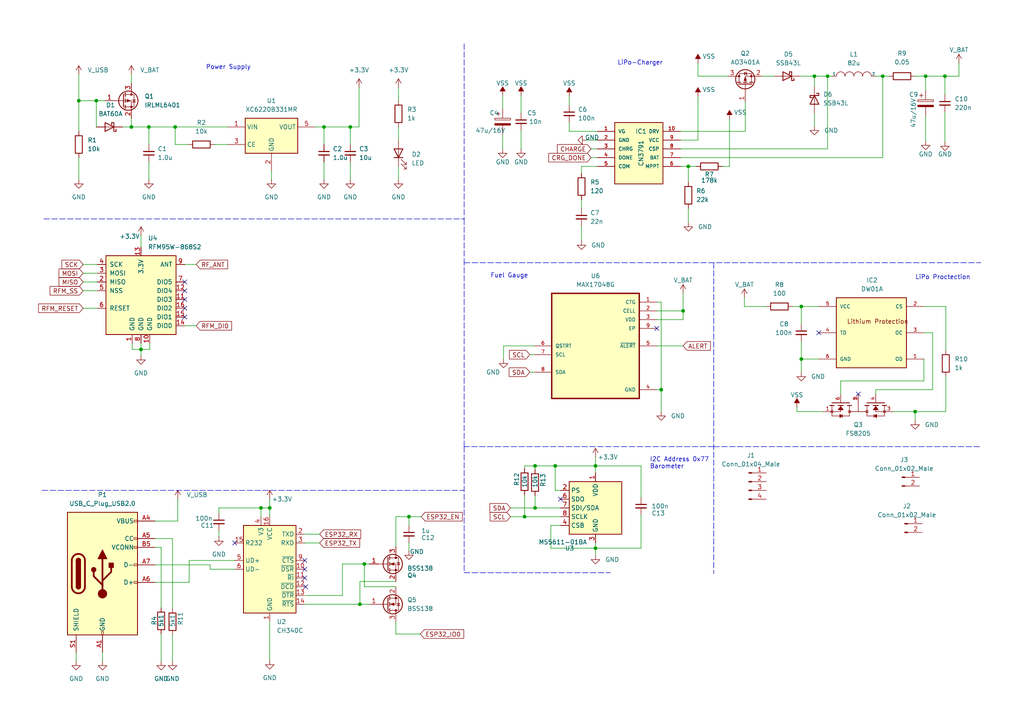
<source format=kicad_sch>
(kicad_sch (version 20211123) (generator eeschema)
  (paper "A4")
  (title_block (title "Ambiente Sensor") (date "2023-03-08") (rev "1.0"))
  (lib_symbols
    (symbol "CN3791:CN3791" (pin_names (offset 1.016))
      (property "Reference" "IC?" (at -2.54 17.78 0))
      (property "Value" "CN3791" (at -2.54 11.43 90))
      (symbol "CN3791_0_0"
        (pin bidirectional line (at -15.24 17.78 0) (length 5.08) (name "VG") (number "1"))
        (pin bidirectional line (at 8.89 17.78 180) (length 5.08) (name "DRV") (number "10"))
        (pin bidirectional line (at -15.24 15.24 0) (length 5.08) (name "GND") (number "2"))
        (pin bidirectional line (at -15.24 12.7 0) (length 5.08) (name "CHRG") (number "3"))
        (pin bidirectional line (at -15.24 10.16 0) (length 5.08) (name "DONE") (number "4"))
        (pin bidirectional line (at -15.24 7.62 0) (length 5.08) (name "COM") (number "5"))
        (pin bidirectional line (at 8.89 7.62 180) (length 5.08) (name "MPPT") (number "6"))
        (pin bidirectional line (at 8.89 10.16 180) (length 5.08) (name "BAT") (number "7"))
        (pin bidirectional line (at 8.89 12.7 180) (length 5.08) (name "CSP") (number "8"))
        (pin bidirectional line (at 8.89 15.24 180) (length 5.08) (name "VCC") (number "9"))
      )
    )
    (symbol "Connector:Conn_01x02_Male" (pin_names (offset 1.016) hide)
      (property "Reference" "J" (at 0 2.54 0))
      (property "Value" "Conn_01x02_Male" (at 0 -5.08 0))
      (symbol "Conn_01x02_Male_1_1"
        (pin passive line (at 5.08 0 180) (length 3.81) (name "Pin_1") (number "1"))
        (pin passive line (at 5.08 -2.54 180) (length 3.81) (name "Pin_2") (number "2"))
      )
    )
    (symbol "Connector:Conn_01x04_Male" (pin_names (offset 1.016) hide)
      (property "Reference" "J" (at 0 5.08 0))
      (property "Value" "Conn_01x04_Male" (at 0 -7.62 0))
      (symbol "Conn_01x04_Male_1_1"
        (pin passive line (at 5.08 2.54 180) (length 3.81) (name "Pin_1") (number "1"))
        (pin passive line (at 5.08 0 180) (length 3.81) (name "Pin_2") (number "2"))
        (pin passive line (at 5.08 -2.54 180) (length 3.81) (name "Pin_3") (number "3"))
        (pin passive line (at 5.08 -5.08 180) (length 3.81) (name "Pin_4") (number "4"))
      )
    )
    (symbol "Connector:USB_C_Plug_USB2.0" (pin_names (offset 1.016))
      (property "Reference" "P" (at -10.16 19.05 0))
      (property "Value" "USB_C_Plug_USB2.0" (at 12.7 19.05 0))
      (symbol "USB_C_Plug_USB2.0_1_1"
        (pin passive line (at 0 -22.86 90) (length 5.08) (name "GND") (number "A1"))
        (pin passive line (at 0 -22.86 90) (length 5.08) hide (name "GND") (number "A12"))
        (pin passive line (at 15.24 15.24 180) (length 5.08) (name "VBUS") (number "A4"))
        (pin bidirectional line (at 15.24 10.16 180) (length 5.08) (name "CC") (number "A5"))
        (pin bidirectional line (at 15.24 -2.54 180) (length 5.08) (name "D+") (number "A6"))
        (pin bidirectional line (at 15.24 2.54 180) (length 5.08) (name "D-") (number "A7"))
        (pin passive line (at 15.24 15.24 180) (length 5.08) hide (name "VBUS") (number "A9"))
        (pin passive line (at 0 -22.86 90) (length 5.08) hide (name "GND") (number "B1"))
        (pin passive line (at 0 -22.86 90) (length 5.08) hide (name "GND") (number "B12"))
        (pin passive line (at 15.24 15.24 180) (length 5.08) hide (name "VBUS") (number "B4"))
        (pin bidirectional line (at 15.24 7.62 180) (length 5.08) (name "VCONN") (number "B5"))
        (pin passive line (at 15.24 15.24 180) (length 5.08) hide (name "VBUS") (number "B9"))
        (pin passive line (at -7.62 -22.86 90) (length 5.08) (name "SHIELD") (number "S1"))
      )
    )
    (symbol "DW01A:DW01A" (pin_names (offset 1.016))
      (property "Reference" "IC" (at -5.08 11.43 0))
      (property "Value" "DW01A" (at -5.08 -12.7 0))
      (symbol "DW01A_0_0"
        (text "Lithium Protection" (at -7.112 2.54 0) (effects (font (size 1.27 1.27)) (justify left bottom)))
        (pin bidirectional line (at 15.24 -7.62 180) (length 5.08) (name "OD") (number "1"))
        (pin bidirectional line (at 15.24 7.62 180) (length 5.08) (name "CS") (number "2"))
        (pin bidirectional line (at 15.24 0 180) (length 5.08) (name "OC") (number "3"))
        (pin bidirectional line (at -15.24 0 0) (length 5.08) (name "TD") (number "4"))
        (pin power_in line (at -15.24 7.62 0) (length 5.08) (name "VCC") (number "5"))
        (pin power_in line (at -15.24 -7.62 0) (length 5.08) (name "GND") (number "6"))
      )
    )
    (symbol "Device:C_Polarized" (pin_numbers hide) (pin_names (offset 0.254))
      (property "Reference" "C" (at 0.635 2.54 0))
      (property "Value" "C_Polarized" (at 0.635 -2.54 0))
      (symbol "C_Polarized_1_1"
        (pin passive line (at 0 3.81 270) (length 2.794) (name "~") (number "1"))
        (pin passive line (at 0 -3.81 90) (length 2.794) (name "~") (number "2"))
      )
    )
    (symbol "Device:C_Small" (pin_numbers hide) (pin_names (offset 0.254) hide)
      (property "Reference" "C" (at 0.254 1.778 0))
      (property "Value" "C_Small" (at 0.254 -2.032 0))
      (symbol "C_Small_1_1"
        (pin passive line (at 0 2.54 270) (length 2.032) (name "~") (number "1"))
        (pin passive line (at 0 -2.54 90) (length 2.032) (name "~") (number "2"))
      )
    )
    (symbol "Device:D_Schottky" (pin_numbers hide) (pin_names (offset 1.016) hide)
      (property "Reference" "D" (at 0 2.54 0))
      (property "Value" "D_Schottky" (at 0 -2.54 0))
      (symbol "D_Schottky_1_1"
        (pin passive line (at -3.81 0 0) (length 2.54) (name "K") (number "1"))
        (pin passive line (at 3.81 0 180) (length 2.54) (name "A") (number "2"))
      )
    )
    (symbol "Device:LED" (pin_numbers hide) (pin_names (offset 1.016) hide)
      (property "Reference" "D" (at 0 2.54 0))
      (property "Value" "LED" (at 0 -2.54 0))
      (symbol "LED_1_1"
        (pin passive line (at -3.81 0 0) (length 2.54) (name "K") (number "1"))
        (pin passive line (at 3.81 0 180) (length 2.54) (name "A") (number "2"))
      )
    )
    (symbol "Device:R" (pin_numbers hide) (pin_names (offset 0))
      (property "Reference" "R" (at 2.032 0 90))
      (property "Value" "R" (at 0 0 90))
      (symbol "R_1_1"
        (pin passive line (at 0 3.81 270) (length 1.27) (name "~") (number "1"))
        (pin passive line (at 0 -3.81 90) (length 1.27) (name "~") (number "2"))
      )
    )
    (symbol "Diode:BAT60A" (pin_numbers hide) (pin_names (offset 1.016) hide)
      (property "Reference" "D" (at 0 2.54 0))
      (property "Value" "BAT60A" (at 0 -2.54 0))
      (symbol "BAT60A_1_1"
        (pin passive line (at -3.81 0 0) (length 2.54) (name "K") (number "1"))
        (pin passive line (at 3.81 0 180) (length 2.54) (name "A") (number "2"))
      )
    )
    (symbol "FS8205:FS8205" (pin_names (offset 1.016))
      (property "Reference" "Q" (at 2.54 2.286 0))
      (property "Value" "FS8205" (at 2.54 -2.032 0))
      (symbol "FS8205_0_0"
        (pin passive line (at 0 -10.16 90) (length 2.54) (name "~") (number "1"))
        (pin passive line (at -5.08 0 0) (length 2.54) (name "~") (number "2"))
        (pin passive line (at 0 10.16 270) (length 2.54) (name "~") (number "3"))
        (pin passive line (at -5.08 5.08 0) (length 2.54) (name "~") (number "4"))
        (pin passive line (at -5.08 0 0) (length 2.54) (name "~") (number "5"))
        (pin passive line (at -5.08 -5.08 0) (length 2.54) (name "~") (number "6"))
      )
    )
    (symbol "Interface_USB:CH340C"
      (property "Reference" "U" (at -5.08 13.97 0))
      (property "Value" "CH340C" (at 1.27 13.97 0))
      (symbol "CH340C_1_1"
        (pin power_in line (at 0 -15.24 90) (length 2.54) (name "GND") (number "1"))
        (pin input line (at 10.16 0 180) (length 2.54) (name "~{DSR}") (number "10"))
        (pin input line (at 10.16 -2.54 180) (length 2.54) (name "~{RI}") (number "11"))
        (pin input line (at 10.16 -5.08 180) (length 2.54) (name "~{DCD}") (number "12"))
        (pin output line (at 10.16 -7.62 180) (length 2.54) (name "~{DTR}") (number "13"))
        (pin output line (at 10.16 -10.16 180) (length 2.54) (name "~{RTS}") (number "14"))
        (pin input line (at -10.16 7.62 0) (length 2.54) (name "R232") (number "15"))
        (pin power_in line (at 0 15.24 270) (length 2.54) (name "VCC") (number "16"))
        (pin output line (at 10.16 10.16 180) (length 2.54) (name "TXD") (number "2"))
        (pin input line (at 10.16 7.62 180) (length 2.54) (name "RXD") (number "3"))
        (pin passive line (at -2.54 15.24 270) (length 2.54) (name "V3") (number "4"))
        (pin bidirectional line (at -10.16 2.54 0) (length 2.54) (name "UD+") (number "5"))
        (pin bidirectional line (at -10.16 0 0) (length 2.54) (name "UD-") (number "6"))
        (pin no_connect line (at -7.62 -7.62 0) (length 2.54) hide (name "NC") (number "7"))
        (pin no_connect line (at -7.62 -10.16 0) (length 2.54) hide (name "NC") (number "8"))
        (pin input line (at 10.16 2.54 180) (length 2.54) (name "~{CTS}") (number "9"))
      )
    )
    (symbol "MAX17048G:MAX17048G" (pin_names (offset 1.016))
      (property "Reference" "U" (at -12.7 16.24 0))
      (property "Value" "MAX17048G" (at -12.7 -19.24 0))
      (symbol "MAX17048G_0_0"
        (pin power_in line (at 17.78 12.7 180) (length 5.08) (name "CTG") (number "1"))
        (pin power_in line (at 17.78 10.16 180) (length 5.08) (name "CELL") (number "2"))
        (pin power_in line (at 17.78 7.62 180) (length 5.08) (name "VDD") (number "3"))
        (pin power_in line (at 17.78 -12.7 180) (length 5.08) (name "GND") (number "4"))
        (pin output line (at 17.78 0 180) (length 5.08) (name "~{ALERT}") (number "5"))
        (pin input line (at -17.78 0 0) (length 5.08) (name "QSTRT") (number "6"))
        (pin input line (at -17.78 -2.54 0) (length 5.08) (name "SCL") (number "7"))
        (pin bidirectional line (at -17.78 -7.62 0) (length 5.08) (name "SDA") (number "8"))
        (pin power_in line (at 17.78 5.08 180) (length 5.08) (name "EP") (number "9"))
      )
    )
    (symbol "RF_Module:RFM95W-868S2" (pin_names (offset 1.016))
      (property "Reference" "U" (at -10.414 11.684 0))
      (property "Value" "RFM95W-868S2" (at 1.524 11.43 0))
      (symbol "RFM95W-868S2_1_1"
        (pin power_in line (at -2.54 -15.24 90) (length 2.54) (name "GND") (number "1"))
        (pin power_in line (at 2.54 -15.24 90) (length 2.54) (name "GND") (number "10"))
        (pin bidirectional line (at 12.7 -2.54 180) (length 2.54) (name "DIO3") (number "11"))
        (pin bidirectional line (at 12.7 0 180) (length 2.54) (name "DIO4") (number "12"))
        (pin power_in line (at 0 12.7 270) (length 2.54) (name "3.3V") (number "13"))
        (pin bidirectional line (at 12.7 -10.16 180) (length 2.54) (name "DIO0") (number "14"))
        (pin bidirectional line (at 12.7 -7.62 180) (length 2.54) (name "DIO1") (number "15"))
        (pin bidirectional line (at 12.7 -5.08 180) (length 2.54) (name "DIO2") (number "16"))
        (pin output line (at -12.7 2.54 0) (length 2.54) (name "MISO") (number "2"))
        (pin input line (at -12.7 5.08 0) (length 2.54) (name "MOSI") (number "3"))
        (pin input line (at -12.7 7.62 0) (length 2.54) (name "SCK") (number "4"))
        (pin input line (at -12.7 0 0) (length 2.54) (name "NSS") (number "5"))
        (pin bidirectional line (at -12.7 -5.08 0) (length 2.54) (name "RESET") (number "6"))
        (pin bidirectional line (at 12.7 2.54 180) (length 2.54) (name "DIO5") (number "7"))
        (pin power_in line (at 0 -15.24 90) (length 2.54) (name "GND") (number "8"))
        (pin bidirectional line (at 12.7 7.62 180) (length 2.54) (name "ANT") (number "9"))
      )
    )
    (symbol "Regulator_Linear:XC6220B331MR"
      (property "Reference" "U" (at 0 8.89 0))
      (property "Value" "XC6220B331MR" (at 0 6.35 0))
      (symbol "XC6220B331MR_1_1"
        (pin power_in line (at -12.7 2.54 0) (length 5.08) (name "VIN") (number "1"))
        (pin power_in line (at 0 -10.16 90) (length 5.08) (name "GND") (number "2"))
        (pin input line (at -12.7 -2.54 0) (length 5.08) (name "CE") (number "3"))
        (pin no_connect line (at 12.7 -2.54 180) (length 5.08) hide (name "NC") (number "4"))
        (pin power_out line (at 12.7 2.54 180) (length 5.08) (name "VOUT") (number "5"))
      )
    )
    (symbol "Sensor_Pressure:MS5611-01BA"
      (property "Reference" "U" (at -6.35 8.89 0))
      (property "Value" "MS5611-01BA" (at 7.62 8.89 0))
      (symbol "MS5611-01BA_1_1"
        (pin power_in line (at 0 10.16 270) (length 2.54) (name "VDD") (number "1"))
        (pin input line (at -10.16 5.08 0) (length 2.54) (name "PS") (number "2"))
        (pin power_in line (at 0 -10.16 90) (length 2.54) (name "GND") (number "3"))
        (pin input line (at -10.16 -5.08 0) (length 2.54) (name "CSB") (number "4"))
        (pin input line (at -10.16 -5.08 0) (length 2.54) hide (name "CSB") (number "5"))
        (pin output line (at -10.16 2.54 0) (length 2.54) (name "SDO") (number "6"))
        (pin bidirectional line (at -10.16 0 0) (length 2.54) (name "SDI/SDA") (number "7"))
        (pin input line (at -10.16 -2.54 0) (length 2.54) (name "SCLK") (number "8"))
      )
    )
    (symbol "Transistor_FET:AO3401A" (pin_names hide)
      (property "Reference" "Q" (at 5.08 1.905 0))
      (property "Value" "AO3401A" (at 5.08 0 0))
      (symbol "AO3401A_1_1"
        (pin input line (at -5.08 0 0) (length 2.54) (name "G") (number "1"))
        (pin passive line (at 2.54 -5.08 90) (length 2.54) (name "S") (number "2"))
        (pin passive line (at 2.54 5.08 270) (length 2.54) (name "D") (number "3"))
      )
    )
    (symbol "Transistor_FET:BSS138" (pin_names hide)
      (property "Reference" "Q" (at 5.08 1.905 0))
      (property "Value" "BSS138" (at 5.08 0 0))
      (symbol "BSS138_1_1"
        (pin input line (at -5.08 0 0) (length 2.54) (name "G") (number "1"))
        (pin passive line (at 2.54 -5.08 90) (length 2.54) (name "S") (number "2"))
        (pin passive line (at 2.54 5.08 270) (length 2.54) (name "D") (number "3"))
      )
    )
    (symbol "Transistor_FET:IRLML6401" (pin_names hide)
      (property "Reference" "Q" (at 5.08 1.905 0))
      (property "Value" "IRLML6401" (at 5.08 0 0))
      (symbol "IRLML6401_1_1"
        (pin input line (at -5.08 0 0) (length 2.54) (name "G") (number "1"))
        (pin passive line (at 2.54 -5.08 90) (length 2.54) (name "S") (number "2"))
        (pin passive line (at 2.54 5.08 270) (length 2.54) (name "D") (number "3"))
      )
    )
    (symbol "power:+3.3V" (power) (pin_names (offset 0))
      (property "Value" "+3.3V" (at 0 3.556 0))
      (symbol "+3.3V_1_1"
        (pin power_in line (at 0 0 90) (length 0) hide (name "+3.3V") (number "1"))
      )
    )
    (symbol "power:GND" (power) (pin_names (offset 0))
      (property "Value" "GND" (at 0 -3.81 0))
      (symbol "GND_1_1"
        (pin power_in line (at 0 0 270) (length 0) hide (name "GND") (number "1"))
      )
    )
    (symbol "power:VSS" (power) (pin_names (offset 0))
      (property "Value" "VSS" (at 0 3.81 0))
      (symbol "VSS_1_1"
        (pin power_in line (at 0 0 90) (length 0) hide (name "VSS") (number "1"))
      )
    )
    (symbol "power:V_BAT" (power) (pin_names (offset 0))
      (property "Value" "V_BAT" (at 2.54 1.2701 0))
      (symbol "V_BAT_1_1"
        (pin power_in line (at 0 0 90) (length 0) hide (name "V_BAT") (number "1"))
      )
    )
    (symbol "power:V_USB" (power) (pin_names (offset 0))
      (property "Value" "V_USB" (at 0 5.08 0))
      (symbol "V_USB_1_1"
        (pin power_in line (at 0 0 90) (length 0) hide (name "V_USB") (number "1"))
      )
    )
    (symbol "pspice:INDUCTOR" (pin_numbers hide) (pin_names (offset 0))
      (property "Reference" "L" (at 0 2.54 0))
      (property "Value" "INDUCTOR" (at 0 -1.27 0))
      (symbol "INDUCTOR_1_1"
        (pin input line (at -6.35 0 0) (length 1.27) (name "1") (number "1"))
        (pin input line (at 6.35 0 180) (length 1.27) (name "2") (number "2"))
      )
    )
  )
  (junction (at 191.77 113.03))
  (junction (at 75.692 147.32))
  (junction (at 152.146 149.86))
  (junction (at 27.94 29.21))
  (junction (at 274.066 22.098))
  (junction (at 240.03 22.098))
  (junction (at 155.194 147.32))
  (junction (at 104.394 175.26))
  (junction (at 155.194 135.128))
  (junction (at 199.644 48.26))
  (junction (at 198.12 90.17))
  (junction (at 105.664 163.576))
  (junction (at 40.894 101.346))
  (junction (at 232.41 88.9))
  (junction (at 172.72 159.004))
  (junction (at 43.18 36.83))
  (junction (at 101.6 36.83))
  (junction (at 93.98 36.83))
  (junction (at 50.8 36.83))
  (junction (at 161.036 135.128))
  (junction (at 38.1 36.83))
  (junction (at 78.232 147.32))
  (junction (at 265.43 119.38))
  (junction (at 172.72 135.128))
  (junction (at 118.618 149.86))
  (junction (at 268.478 22.098))
  (junction (at 256.032 22.098))
  (junction (at 22.86 29.21))
  (junction (at 236.22 22.098))
  (junction (at 232.41 104.14))
  (no_connect (at 88.392 162.56))
  (no_connect (at 88.392 165.1))
  (no_connect (at 88.392 167.64))
  (no_connect (at 88.646 170.18))
  (no_connect (at 248.92 114.3))
  (no_connect (at 53.594 91.948))
  (no_connect (at 53.594 89.408))
  (no_connect (at 53.594 86.868))
  (no_connect (at 53.594 84.328))
  (no_connect (at 53.594 81.788))
  (no_connect (at 237.49 96.52))
  (no_connect (at 68.072 157.48))
  (no_connect (at 162.56 144.78))
  (no_connect (at 190.5 95.25))
  (wire (pts (xy 202.438 22.098) (xy 202.438 18.288)))
  (wire (pts (xy 60.96 163.83) (xy 60.96 165.1)))
  (polyline (pts (xy 12.7 63.5) (xy 134.62 63.5)))
  (wire (pts (xy 75.692 149.86) (xy 75.692 147.32)))
  (wire (pts (xy 88.392 154.94) (xy 92.71 154.94)))
  (wire (pts (xy 259.08 119.38) (xy 265.43 119.38)))
  (wire (pts (xy 115.57 25.4) (xy 115.57 29.21)))
  (wire (pts (xy 199.644 60.452) (xy 199.644 64.516)))
  (wire (pts (xy 22.86 45.72) (xy 22.86 52.07)))
  (wire (pts (xy 240.03 22.098) (xy 241.3 22.098)))
  (wire (pts (xy 118.618 149.86) (xy 114.808 149.86)))
  (wire (pts (xy 78.232 144.78) (xy 78.232 147.32)))
  (wire (pts (xy 162.56 149.86) (xy 152.146 149.86)))
  (wire (pts (xy 46.736 183.896) (xy 46.736 191.77)))
  (wire (pts (xy 232.41 93.98) (xy 232.41 88.9)))
  (wire (pts (xy 270.51 96.52) (xy 270.51 113.03)))
  (wire (pts (xy 78.74 49.53) (xy 78.74 52.07)))
  (wire (pts (xy 38.1 34.29) (xy 38.1 36.83)))
  (wire (pts (xy 62.23 41.91) (xy 66.04 41.91)))
  (wire (pts (xy 54.864 168.91) (xy 54.864 162.56)))
  (wire (pts (xy 197.358 48.26) (xy 199.644 48.26)))
  (wire (pts (xy 173.228 38.1) (xy 165.1 38.1)))
  (wire (pts (xy 168.656 57.912) (xy 168.656 60.452)))
  (wire (pts (xy 236.22 22.098) (xy 236.22 25.146)))
  (wire (pts (xy 265.43 22.098) (xy 268.478 22.098)))
  (wire (pts (xy 197.358 43.18) (xy 240.03 43.18)))
  (wire (pts (xy 50.8 36.83) (xy 66.04 36.83)))
  (wire (pts (xy 222.25 88.9) (xy 215.9 88.9)))
  (wire (pts (xy 99.314 172.72) (xy 99.314 163.576)))
  (wire (pts (xy 165.1 38.1) (xy 165.1 35.56)))
  (wire (pts (xy 50.038 156.21) (xy 50.038 176.53)))
  (wire (pts (xy 274.066 27.432) (xy 274.066 22.098)))
  (wire (pts (xy 238.76 119.38) (xy 231.14 119.38)))
  (wire (pts (xy 118.618 157.48) (xy 118.618 159.766)))
  (wire (pts (xy 122.174 149.86) (xy 118.618 149.86)))
  (wire (pts (xy 63.5 147.32) (xy 75.692 147.32)))
  (wire (pts (xy 104.14 36.83) (xy 101.6 36.83)))
  (polyline (pts (xy 134.62 129.54) (xy 134.62 166.116)))
  (wire (pts (xy 278.13 22.098) (xy 274.066 22.098)))
  (wire (pts (xy 267.97 88.9) (xy 274.32 88.9)))
  (wire (pts (xy 101.6 36.83) (xy 101.6 41.91)))
  (wire (pts (xy 168.656 65.532) (xy 168.656 69.85)))
  (wire (pts (xy 101.6 36.83) (xy 93.98 36.83)))
  (wire (pts (xy 267.97 104.14) (xy 267.97 110.49)))
  (wire (pts (xy 93.98 36.83) (xy 93.98 41.91)))
  (wire (pts (xy 105.664 170.18) (xy 105.664 163.576)))
  (wire (pts (xy 104.394 168.656) (xy 104.394 175.26)))
  (wire (pts (xy 44.958 163.83) (xy 60.96 163.83)))
  (wire (pts (xy 145.796 27.686) (xy 145.796 31.496)))
  (wire (pts (xy 267.97 96.52) (xy 270.51 96.52)))
  (wire (pts (xy 40.894 99.568) (xy 40.894 101.346)))
  (wire (pts (xy 151.13 37.846) (xy 151.13 43.18)))
  (wire (pts (xy 43.434 101.346) (xy 43.434 99.568)))
  (wire (pts (xy 88.392 175.26) (xy 104.394 175.26)))
  (wire (pts (xy 148.082 147.32) (xy 155.194 147.32)))
  (wire (pts (xy 191.77 113.03) (xy 190.5 113.03)))
  (wire (pts (xy 63.5 153.924) (xy 63.5 155.702)))
  (wire (pts (xy 44.958 156.21) (xy 50.038 156.21)))
  (wire (pts (xy 155.194 135.128) (xy 155.194 136.144)))
  (wire (pts (xy 152.146 149.86) (xy 152.146 143.51)))
  (wire (pts (xy 114.808 170.18) (xy 105.664 170.18)))
  (wire (pts (xy 154.94 100.33) (xy 146.05 100.33)))
  (wire (pts (xy 161.036 142.24) (xy 161.036 135.128)))
  (wire (pts (xy 172.72 132.588) (xy 172.72 135.128)))
  (wire (pts (xy 105.664 163.576) (xy 107.188 163.576)))
  (wire (pts (xy 44.958 158.75) (xy 46.736 158.75)))
  (wire (pts (xy 78.232 147.32) (xy 78.232 149.86)))
  (wire (pts (xy 43.18 36.83) (xy 50.8 36.83)))
  (wire (pts (xy 114.808 149.86) (xy 114.808 158.496)))
  (wire (pts (xy 24.13 84.328) (xy 28.194 84.328)))
  (wire (pts (xy 215.9 86.36) (xy 215.9 88.9)))
  (wire (pts (xy 199.644 48.26) (xy 199.644 52.832)))
  (wire (pts (xy 27.94 29.21) (xy 30.48 29.21)))
  (wire (pts (xy 24.13 79.248) (xy 28.194 79.248)))
  (wire (pts (xy 254 22.098) (xy 256.032 22.098)))
  (wire (pts (xy 221.234 22.098) (xy 224.536 22.098)))
  (wire (pts (xy 40.894 101.346) (xy 40.894 103.124)))
  (polyline (pts (xy 12.192 142.24) (xy 134.62 142.24)))
  (wire (pts (xy 190.5 90.17) (xy 198.12 90.17)))
  (wire (pts (xy 24.13 89.408) (xy 28.194 89.408)))
  (wire (pts (xy 278.13 18.288) (xy 278.13 22.098)))
  (wire (pts (xy 153.67 107.95) (xy 154.94 107.95)))
  (wire (pts (xy 145.796 39.116) (xy 145.796 43.18)))
  (wire (pts (xy 93.98 46.99) (xy 93.98 52.07)))
  (wire (pts (xy 155.194 147.32) (xy 155.194 143.764)))
  (polyline (pts (xy 207.01 129.54) (xy 284.48 129.54)))
  (wire (pts (xy 274.32 88.9) (xy 274.32 101.6)))
  (wire (pts (xy 146.05 100.33) (xy 146.05 104.14)))
  (wire (pts (xy 265.43 119.38) (xy 265.43 121.92)))
  (wire (pts (xy 153.67 102.87) (xy 154.94 102.87)))
  (wire (pts (xy 268.478 33.782) (xy 268.478 40.894)))
  (wire (pts (xy 35.56 36.83) (xy 38.1 36.83)))
  (wire (pts (xy 232.41 104.14) (xy 237.49 104.14)))
  (wire (pts (xy 38.354 101.346) (xy 38.354 99.568)))
  (wire (pts (xy 161.036 135.128) (xy 155.194 135.128)))
  (wire (pts (xy 53.594 94.488) (xy 56.896 94.488)))
  (wire (pts (xy 152.146 135.128) (xy 152.146 135.89)))
  (wire (pts (xy 198.12 85.09) (xy 198.12 90.17)))
  (wire (pts (xy 211.074 22.098) (xy 202.438 22.098)))
  (wire (pts (xy 159.766 159.004) (xy 172.72 159.004)))
  (wire (pts (xy 50.038 184.15) (xy 50.038 191.77)))
  (polyline (pts (xy 207.01 129.54) (xy 134.62 129.54)))
  (polyline (pts (xy 134.62 76.2) (xy 284.48 76.2)))
  (wire (pts (xy 114.808 183.896) (xy 114.808 180.34)))
  (wire (pts (xy 232.156 22.098) (xy 236.22 22.098)))
  (wire (pts (xy 44.958 168.91) (xy 54.864 168.91)))
  (wire (pts (xy 185.928 149.352) (xy 185.928 159.004)))
  (wire (pts (xy 63.5 148.844) (xy 63.5 147.32)))
  (wire (pts (xy 209.55 48.26) (xy 211.582 48.26)))
  (wire (pts (xy 202.438 40.64) (xy 202.438 27.94)))
  (wire (pts (xy 197.358 45.72) (xy 256.032 45.72)))
  (polyline (pts (xy 134.62 129.54) (xy 134.62 76.2)))
  (wire (pts (xy 40.894 101.346) (xy 43.434 101.346)))
  (wire (pts (xy 93.98 36.83) (xy 91.44 36.83)))
  (wire (pts (xy 190.5 92.71) (xy 198.12 92.71)))
  (wire (pts (xy 44.958 151.13) (xy 51.562 151.13)))
  (wire (pts (xy 168.656 48.26) (xy 168.656 50.292)))
  (polyline (pts (xy 134.62 12.7) (xy 134.62 63.5)))
  (wire (pts (xy 115.57 48.26) (xy 115.57 52.07)))
  (wire (pts (xy 46.736 158.75) (xy 46.736 176.276)))
  (wire (pts (xy 256.032 45.72) (xy 256.032 22.098)))
  (wire (pts (xy 190.5 100.33) (xy 198.12 100.33)))
  (wire (pts (xy 38.1 36.83) (xy 43.18 36.83)))
  (wire (pts (xy 60.96 165.1) (xy 68.072 165.1)))
  (wire (pts (xy 185.928 135.128) (xy 172.72 135.128)))
  (wire (pts (xy 104.394 175.26) (xy 107.188 175.26)))
  (wire (pts (xy 198.12 90.17) (xy 198.12 92.71)))
  (wire (pts (xy 274.066 32.512) (xy 274.066 41.148)))
  (wire (pts (xy 27.94 29.21) (xy 27.94 36.83)))
  (wire (pts (xy 22.86 29.21) (xy 22.86 38.1)))
  (wire (pts (xy 232.41 88.9) (xy 237.49 88.9)))
  (wire (pts (xy 171.45 45.72) (xy 173.228 45.72)))
  (wire (pts (xy 114.808 168.656) (xy 104.394 168.656)))
  (wire (pts (xy 40.894 68.326) (xy 40.894 71.628)))
  (wire (pts (xy 243.84 110.49) (xy 243.84 114.3)))
  (wire (pts (xy 115.57 36.83) (xy 115.57 40.64)))
  (wire (pts (xy 118.618 149.86) (xy 118.618 152.4)))
  (wire (pts (xy 211.582 34.544) (xy 211.582 48.26)))
  (wire (pts (xy 197.358 38.1) (xy 216.154 38.1)))
  (wire (pts (xy 101.6 46.99) (xy 101.6 52.07)))
  (wire (pts (xy 162.56 142.24) (xy 161.036 142.24)))
  (wire (pts (xy 185.928 144.272) (xy 185.928 135.128)))
  (wire (pts (xy 229.87 88.9) (xy 232.41 88.9)))
  (wire (pts (xy 191.77 87.63) (xy 191.77 113.03)))
  (wire (pts (xy 236.22 32.766) (xy 236.22 36.576)))
  (wire (pts (xy 165.1 27.94) (xy 165.1 30.48)))
  (wire (pts (xy 197.358 40.64) (xy 202.438 40.64)))
  (wire (pts (xy 29.718 189.23) (xy 29.718 191.77)))
  (wire (pts (xy 274.32 109.22) (xy 274.32 119.38)))
  (wire (pts (xy 254 113.03) (xy 254 114.3)))
  (wire (pts (xy 155.194 135.128) (xy 152.146 135.128)))
  (wire (pts (xy 172.72 135.128) (xy 161.036 135.128)))
  (wire (pts (xy 216.154 38.1) (xy 216.154 29.718)))
  (wire (pts (xy 22.098 189.23) (xy 22.098 191.77)))
  (wire (pts (xy 171.45 43.18) (xy 173.228 43.18)))
  (wire (pts (xy 43.18 36.83) (xy 43.18 41.91)))
  (wire (pts (xy 231.14 119.38) (xy 231.14 118.11)))
  (wire (pts (xy 53.594 76.708) (xy 56.896 76.708)))
  (wire (pts (xy 162.56 147.32) (xy 155.194 147.32)))
  (wire (pts (xy 151.13 27.686) (xy 151.13 32.766)))
  (wire (pts (xy 256.032 22.098) (xy 257.81 22.098)))
  (wire (pts (xy 274.32 119.38) (xy 265.43 119.38)))
  (wire (pts (xy 75.692 147.32) (xy 78.232 147.32)))
  (wire (pts (xy 267.97 110.49) (xy 243.84 110.49)))
  (wire (pts (xy 185.928 159.004) (xy 172.72 159.004)))
  (wire (pts (xy 104.14 25.4) (xy 104.14 36.83)))
  (wire (pts (xy 240.03 43.18) (xy 240.03 22.098)))
  (wire (pts (xy 54.864 162.56) (xy 68.072 162.56)))
  (polyline (pts (xy 134.62 63.5) (xy 134.62 76.2)))
  (wire (pts (xy 88.392 157.48) (xy 92.71 157.48)))
  (wire (pts (xy 199.644 48.26) (xy 201.93 48.26)))
  (wire (pts (xy 51.562 144.78) (xy 51.562 151.13)))
  (wire (pts (xy 172.72 157.48) (xy 172.72 159.004)))
  (wire (pts (xy 24.13 81.788) (xy 28.194 81.788)))
  (wire (pts (xy 191.77 119.38) (xy 191.77 113.03)))
  (wire (pts (xy 268.478 22.098) (xy 274.066 22.098)))
  (wire (pts (xy 236.22 22.098) (xy 240.03 22.098)))
  (wire (pts (xy 88.646 172.72) (xy 99.314 172.72)))
  (wire (pts (xy 121.92 183.896) (xy 114.808 183.896)))
  (wire (pts (xy 190.5 87.63) (xy 191.77 87.63)))
  (wire (pts (xy 173.228 48.26) (xy 168.656 48.26)))
  (wire (pts (xy 99.314 163.576) (xy 105.664 163.576)))
  (wire (pts (xy 38.1 21.59) (xy 38.1 24.13)))
  (wire (pts (xy 172.72 135.128) (xy 172.72 137.16)))
  (polyline (pts (xy 134.62 166.116) (xy 177.038 166.116)))
  (wire (pts (xy 232.41 99.06) (xy 232.41 104.14)))
  (wire (pts (xy 22.86 21.59) (xy 22.86 29.21)))
  (wire (pts (xy 148.082 149.86) (xy 152.146 149.86)))
  (wire (pts (xy 268.478 22.098) (xy 268.478 26.162)))
  (wire (pts (xy 170.18 40.64) (xy 173.228 40.64)))
  (wire (pts (xy 43.18 46.99) (xy 43.18 52.07)))
  (wire (pts (xy 40.894 101.346) (xy 38.354 101.346)))
  (polyline (pts (xy 207.01 76.2) (xy 207.01 166.37)))
  (wire (pts (xy 270.51 113.03) (xy 254 113.03)))
  (wire (pts (xy 159.766 152.4) (xy 159.766 159.004)))
  (wire (pts (xy 232.41 107.95) (xy 232.41 104.14)))
  (wire (pts (xy 22.86 29.21) (xy 27.94 29.21)))
  (wire (pts (xy 50.8 36.83) (xy 50.8 41.91)))
  (wire (pts (xy 162.56 152.4) (xy 159.766 152.4)))
  (wire (pts (xy 54.61 41.91) (xy 50.8 41.91)))
  (wire (pts (xy 172.72 159.004) (xy 172.72 161.036)))
  (wire (pts (xy 24.13 76.708) (xy 28.194 76.708)))
  (wire (pts (xy 78.232 180.34) (xy 78.232 191.516)))
  (text "Barometer" (at 188.468 136.144 0) (effects (font (size 1.27 1.27)) (justify left bottom)))
  (text "LiPo-Charger" (at 179.07 19.05 0) (effects (font (size 1.27 1.27)) (justify left bottom)))
  (text "Power Supply" (at 59.69 20.32 0) (effects (font (size 1.27 1.27)) (justify left bottom)))
  (text "I2C Address 0x77" (at 188.468 134.112 0) (effects (font (size 1.27 1.27)) (justify left bottom)))
  (text "Fuel Gauge" (at 142.24 80.772 0) (effects (font (size 1.27 1.27)) (justify left bottom)))
  (text "LiPo Proctection" (at 265.43 81.28 0) (effects (font (size 1.27 1.27)) (justify left bottom)))
  (global_label "SCK" (shape input) (at 24.13 76.708 180) (property "Referenzen zwischen Schaltplänen" "${INTERSHEET_REFS}" (effects hide)))
  (global_label "RFM_RESET" (shape input) (at 24.13 89.408 180) (property "Referenzen zwischen Schaltplänen" "${INTERSHEET_REFS}" (effects hide)))
  (global_label "RFM_DI0" (shape input) (at 56.896 94.488 0) (property "Referenzen zwischen Schaltplänen" "${INTERSHEET_REFS}" (effects hide)))
  (global_label "CHARGE" (shape input) (at 171.45 43.18 180) (property "Referenzen zwischen Schaltplänen" "${INTERSHEET_REFS}" (effects hide)))
  (global_label "SDA" (shape input) (at 153.67 107.95 180) (property "Referenzen zwischen Schaltplänen" "${INTERSHEET_REFS}" (effects hide)))
  (global_label "RF_ANT" (shape input) (at 56.896 76.708 0) (property "Referenzen zwischen Schaltplänen" "${INTERSHEET_REFS}" (effects hide)))
  (global_label "ESP32_EN" (shape input) (at 122.174 149.86 0) (property "Referenzen zwischen Schaltplänen" "${INTERSHEET_REFS}" (effects hide)))
  (global_label "CRG_DONE" (shape input) (at 171.45 45.72 180) (property "Referenzen zwischen Schaltplänen" "${INTERSHEET_REFS}" (effects hide)))
  (global_label "ESP32_RX" (shape input) (at 92.71 154.94 0) (property "Referenzen zwischen Schaltplänen" "${INTERSHEET_REFS}" (effects hide)))
  (global_label "ESP32_TX" (shape input) (at 92.71 157.48 0) (property "Referenzen zwischen Schaltplänen" "${INTERSHEET_REFS}" (effects hide)))
  (global_label "RFM_SS" (shape input) (at 24.13 84.328 180) (property "Referenzen zwischen Schaltplänen" "${INTERSHEET_REFS}" (effects hide)))
  (global_label "MISO" (shape input) (at 24.13 81.788 180) (property "Referenzen zwischen Schaltplänen" "${INTERSHEET_REFS}" (effects hide)))
  (global_label "SCL" (shape input) (at 153.67 102.87 180) (property "Referenzen zwischen Schaltplänen" "${INTERSHEET_REFS}" (effects hide)))
  (global_label "SCL" (shape input) (at 148.082 149.86 180) (property "Referenzen zwischen Schaltplänen" "${INTERSHEET_REFS}" (effects hide)))
  (global_label "ALERT" (shape input) (at 198.12 100.33 0) (property "Referenzen zwischen Schaltplänen" "${INTERSHEET_REFS}" (effects hide)))
  (global_label "ESP32_IO0" (shape input) (at 121.92 183.896 0) (property "Referenzen zwischen Schaltplänen" "${INTERSHEET_REFS}" (effects hide)))
  (global_label "MOSI" (shape input) (at 24.13 79.248 180) (property "Referenzen zwischen Schaltplänen" "${INTERSHEET_REFS}" (effects hide)))
  (global_label "SDA" (shape input) (at 148.082 147.32 180) (property "Referenzen zwischen Schaltplänen" "${INTERSHEET_REFS}" (effects hide)))
  (symbol (lib_id "power:GND") (at 232.41 107.95 0) (unit 1)
    (property "Reference" "#PWR0118" (effects hide))
    (property "Value" "GND" (at 235.204 109.2199 0) (effects (justify left)))
  )
  (symbol (lib_id "Connector:Conn_01x04_Male") (at 217.17 139.7 0) (unit 1)
    (property "Reference" "J1" (at 217.805 132.08 0))
    (property "Value" "Conn_01x04_Male" (at 217.805 134.62 0))
    (property "Footprint" "Connector_JST:JST_XH_B4B-XH-AM_1x04_P2.50mm_Vertical" (effects hide))
  )
  (symbol (lib_id "Device:R") (at 274.32 105.41 180) (unit 1)
    (property "Reference" "R10" (at 276.86 104.1399 0) (effects (justify right)))
    (property "Value" "1k" (at 276.86 106.6799 0) (effects (justify right)))
    (property "Footprint" "Resistor_SMD:R_1206_3216Metric" (effects hide))
  )
  (symbol (lib_id "power:GND") (at 63.5 155.702 0) (unit 1)
    (property "Reference" "#PWR0130" (effects hide))
    (property "Value" "GND" (at 63.5 160.782 0))
  )
  (symbol (lib_id "Device:R") (at 58.42 41.91 90) (unit 1)
    (property "Reference" "R2" (at 58.42 35.56 90))
    (property "Value" "10k" (at 58.42 38.1 90))
    (property "Footprint" "Resistor_SMD:R_1206_3216Metric" (effects hide))
  )
  (symbol (lib_id "power:GND") (at 191.77 119.38 0) (unit 1)
    (property "Reference" "#PWR0120" (effects hide))
    (property "Value" "GND" (at 194.564 120.6499 0) (effects (justify left)))
  )
  (symbol (lib_id "power:V_BAT") (at 278.13 18.288 0) (unit 1)
    (property "Reference" "#V_BAT0101" (effects hide))
    (property "Value" "V_BAT" (at 275.336 14.478 0) (effects (justify left)))
  )
  (symbol (lib_id "Device:C_Small") (at 43.18 44.45 180) (unit 1)
    (property "Reference" "C1" (at 45.72 43.1735 0) (effects (justify right)))
    (property "Value" "1.0u" (at 45.72 45.7135 0) (effects (justify right)))
    (property "Footprint" "Capacitor_SMD:C_1206_3216Metric" (effects hide))
  )
  (symbol (lib_id "power:VSS") (at 151.13 27.686 0) (unit 1)
    (property "Reference" "#PWR0105" (effects hide))
    (property "Value" "VSS" (at 151.13 24.13 0))
  )
  (symbol (lib_id "Device:C_Small") (at 185.928 146.812 0) (unit 1)
    (property "Reference" "C13" (at 188.976 148.844 0) (effects (justify left)))
    (property "Value" "100n" (at 188.976 146.812 0) (effects (justify left)))
    (property "Footprint" "Capacitor_SMD:C_1206_3216Metric" (effects hide))
  )
  (symbol (lib_id "Device:C_Small") (at 165.1 33.02 0) (unit 1)
    (property "Reference" "C6" (at 167.64 31.7562 0) (effects (justify left)))
    (property "Value" "100n" (at 167.64 34.2962 0) (effects (justify left)))
    (property "Footprint" "Capacitor_SMD:C_1206_3216Metric" (effects hide))
  )
  (symbol (lib_id "Device:C_Polarized") (at 268.478 29.972 0) (unit 1)
    (property "Reference" "C9" (at 263.652 27.432 0) (effects (justify left)))
    (property "Value" "47u/16V" (at 264.922 37.084 90) (effects (justify left)))
  )
  (symbol (lib_id "Device:R") (at 22.86 41.91 0) (unit 1)
    (property "Reference" "R1" (at 25.4 40.6399 0) (effects (justify left)))
    (property "Value" "10k" (at 25.4 43.1799 0) (effects (justify left)))
    (property "Footprint" "Resistor_SMD:R_1206_3216Metric" (effects hide))
  )
  (symbol (lib_id "Device:C_Small") (at 274.066 29.972 0) (unit 1)
    (property "Reference" "C10" (at 276.86 28.7082 0) (effects (justify left)))
    (property "Value" "220n" (at 276.86 31.2482 0) (effects (justify left)))
    (property "Footprint" "Capacitor_SMD:C_1206_3216Metric" (effects hide))
  )
  (symbol (lib_id "power:GND") (at 274.066 41.148 0) (unit 1)
    (property "Reference" "#PWR0108" (effects hide))
    (property "Value" "GND" (at 272.034 44.704 0) (effects (justify left)))
  )
  (symbol (lib_id "power:GND") (at 115.57 52.07 0) (unit 1)
    (property "Reference" "#PWR08" (effects hide))
    (property "Value" "GND" (at 115.57 57.15 0))
  )
  (symbol (lib_id "power:GND") (at 146.05 104.14 0) (unit 1)
    (property "Reference" "#PWR0116" (effects hide))
    (property "Value" "GND" (at 140.97 107.95 0) (effects (justify left)))
  )
  (symbol (lib_id "power:GND") (at 43.18 52.07 0) (unit 1)
    (property "Reference" "#PWR02" (effects hide))
    (property "Value" "GND" (at 43.18 57.15 0))
  )
  (symbol (lib_id "Device:R") (at 226.06 88.9 270) (unit 1)
    (property "Reference" "R8" (at 226.06 82.55 90))
    (property "Value" "100" (at 226.06 85.09 90))
    (property "Footprint" "Resistor_SMD:R_1206_3216Metric" (effects hide))
  )
  (symbol (lib_id "Device:C_Small") (at 168.656 62.992 0) (unit 1)
    (property "Reference" "C7" (at 171.196 61.7282 0) (effects (justify left)))
    (property "Value" "22n" (at 171.196 64.2682 0) (effects (justify left)))
    (property "Footprint" "Capacitor_SMD:C_1206_3216Metric" (effects hide))
  )
  (symbol (lib_id "Device:C_Small") (at 151.13 35.306 0) (unit 1)
    (property "Reference" "C5" (at 152.908 32.766 0) (effects (justify left)))
    (property "Value" "10n" (at 153.416 35.306 0) (effects (justify left)))
    (property "Footprint" "Capacitor_SMD:C_1206_3216Metric" (effects hide))
  )
  (symbol (lib_id "power:GND") (at 40.894 103.124 0) (unit 1)
    (property "Reference" "#PWR0123" (effects hide))
    (property "Value" "GND" (at 40.894 108.204 0))
  )
  (symbol (lib_id "Device:R") (at 168.656 54.102 0) (unit 1)
    (property "Reference" "R5" (at 171.196 52.8319 0) (effects (justify left)))
    (property "Value" "120" (at 171.196 55.3719 0) (effects (justify left)))
    (property "Footprint" "Resistor_SMD:R_1206_3216Metric" (effects hide))
  )
  (symbol (lib_id "FS8205:FS8205") (at 248.92 119.38 270) (unit 1)
    (property "Reference" "Q3" (at 248.92 123.19 90))
    (property "Value" "FS8205" (at 248.92 125.73 90))
    (property "Footprint" "SOT95P280X145-6N" (effects hide))
    (property "PARTREV" "1.9" (effects hide))
    (property "MANUFACTURER" "Fortune" (effects hide))
    (property "MAXIMUM_PACKAGE_HEIGHT" "1.45mm" (effects hide))
    (property "STANDARD" "IPC-7351B" (effects hide))
  )
  (symbol (lib_id "power:GND") (at 172.72 161.036 0) (unit 1)
    (property "Reference" "#PWR0101" (effects hide))
    (property "Value" "GND" (at 175.514 162.3059 0) (effects (justify left)))
  )
  (symbol (lib_id "Device:C_Small") (at 63.5 151.384 0) (unit 1)
    (property "Reference" "C11" (at 58.166 152.4 0) (effects (justify left)))
    (property "Value" "100n" (at 56.642 150.368 0) (effects (justify left)))
    (property "Footprint" "Capacitor_SMD:C_1206_3216Metric" (effects hide))
  )
  (symbol (lib_id "Transistor_FET:IRLML6401") (at 35.56 29.21 0) (unit 1)
    (property "Reference" "Q1" (at 41.91 27.9399 0) (effects (justify left)))
    (property "Value" "IRLML6401" (at 41.91 30.4799 0) (effects (justify left)))
    (property "Footprint" "Package_TO_SOT_SMD:SOT-23" (effects hide))
    (property "Datasheet" "https://www.infineon.com/dgdl/irlml6401pbf.pdf?fileId=5546d462533600a401535668b96d2634" (effects hide))
  )
  (symbol (lib_id "Device:R") (at 152.146 139.7 180) (unit 1)
    (property "Reference" "R12" (at 149.86 140.97 90) (effects (justify right)))
    (property "Value" "10k" (at 155.194 141.478 90) (effects (justify right)))
    (property "Footprint" "Resistor_SMD:R_1206_3216Metric" (effects hide))
  )
  (symbol (lib_id "RF_Module:RFM95W-868S2") (at 40.894 84.328 0) (unit 1)
    (property "Reference" "U4" (at 42.9134 69.088 0) (effects (justify left)))
    (property "Value" "RFM95W-868S2" (at 42.9134 71.628 0) (effects (justify left)))
    (property "Footprint" "RF_Module:HOPERF_RFM9XW_THT" (effects hide))
    (property "Datasheet" "https://www.hoperf.com/data/upload/portal/20181127/5bfcbea20e9ef.pdf" (effects hide))
  )
  (symbol (lib_id "Device:LED") (at 115.57 44.45 90) (unit 1)
    (property "Reference" "D2" (at 119.38 44.7674 90) (effects (justify right)))
    (property "Value" "LED" (at 119.38 47.3074 90) (effects (justify right)))
  )
  (symbol (lib_id "power:GND") (at 151.13 43.18 0) (unit 1)
    (property "Reference" "#PWR0106" (effects hide))
    (property "Value" "GND" (at 149.098 46.99 0) (effects (justify left)))
  )
  (symbol (lib_id "Connector:USB_C_Plug_USB2.0") (at 29.718 166.37 0) (unit 1)
    (property "Reference" "P1" (at 29.718 143.51 0))
    (property "Value" "USB_C_Plug_USB2.0" (at 29.718 146.05 0))
    (property "Datasheet" "https://www.usb.org/sites/default/files/documents/usb_type-c.zip" (effects hide))
  )
  (symbol (lib_id "Device:C_Small") (at 118.618 154.94 0) (unit 1)
    (property "Reference" "C12" (at 122.174 155.956 0) (effects (justify left)))
    (property "Value" "1u" (at 122.174 153.924 0) (effects (justify left)))
    (property "Footprint" "Capacitor_SMD:C_1206_3216Metric" (effects hide))
  )
  (symbol (lib_id "Device:R") (at 115.57 33.02 0) (unit 1)
    (property "Reference" "R3" (at 118.11 31.7499 0) (effects (justify left)))
    (property "Value" "1k" (at 118.11 34.2899 0) (effects (justify left)))
    (property "Footprint" "Resistor_SMD:R_1206_3216Metric" (effects hide))
  )
  (symbol (lib_id "DW01A:DW01A") (at 252.73 96.52 0) (unit 1)
    (property "Reference" "IC2" (at 252.9394 81.28 0))
    (property "Value" "DW01A" (at 252.9394 83.82 0))
    (property "Footprint" "SOT23-6" (effects hide))
    (property "MPN" "DW01A" (effects hide))
    (property "VALUE" "DW01A" (effects hide))
    (property "LCSC" "C351410" (effects hide))
  )
  (symbol (lib_id "Device:R") (at 261.62 22.098 90) (unit 1)
    (property "Reference" "R9" (at 261.62 15.494 90))
    (property "Value" "0.05" (at 261.62 18.034 90))
    (property "Footprint" "Resistor_SMD:R_1206_3216Metric" (effects hide))
  )
  (symbol (lib_id "power:VSS") (at 202.438 18.288 0) (unit 1)
    (property "Reference" "#PWR0110" (effects hide))
    (property "Value" "VSS" (at 205.5876 16.3576 0))
  )
  (symbol (lib_id "power:GND") (at 78.232 191.516 0) (unit 1)
    (property "Reference" "#PWR0125" (effects hide))
    (property "Value" "GND" (at 78.232 196.596 0))
  )
  (symbol (lib_id "power:GND") (at 93.98 52.07 0) (unit 1)
    (property "Reference" "#PWR04" (effects hide))
    (property "Value" "GND" (at 93.98 57.15 0))
  )
  (symbol (lib_id "power:GND") (at 118.618 159.766 0) (unit 1)
    (property "Reference" "#PWR0124" (effects hide))
    (property "Value" "GND" (at 120.904 160.02 0))
  )
  (symbol (lib_id "Device:D_Schottky") (at 236.22 28.956 270) (unit 1)
    (property "Reference" "D6" (at 238.76 27.3684 90) (effects (justify left)))
    (property "Value" "SSB43L" (at 238.76 29.9084 90) (effects (justify left)))
  )
  (symbol (lib_id "Transistor_FET:AO3401A") (at 216.154 24.638 90) (unit 1)
    (property "Reference" "Q2" (at 216.154 15.494 90))
    (property "Value" "AO3401A" (at 216.154 18.034 90))
    (property "Footprint" "Package_TO_SOT_SMD:SOT-23" (effects hide))
    (property "Datasheet" "http://www.aosmd.com/pdfs/datasheet/AO3401A.pdf" (effects hide))
  )
  (symbol (lib_id "power:+3.3V") (at 172.72 132.588 0) (unit 1)
    (property "Reference" "#PWR0121" (effects hide))
    (property "Value" "+3.3V" (at 176.276 132.588 0))
  )
  (symbol (lib_id "Device:R") (at 199.644 56.642 180) (unit 1)
    (property "Reference" "R6" (at 201.93 55.3719 0) (effects (justify right)))
    (property "Value" "22k" (at 201.93 57.9119 0) (effects (justify right)))
    (property "Footprint" "Resistor_SMD:R_1206_3216Metric" (effects hide))
  )
  (symbol (lib_id "power:V_USB") (at 22.86 21.59 0) (unit 1)
    (property "Reference" "#V_USB01" (effects hide))
    (property "Value" "V_USB" (at 25.4 20.3199 0) (effects (justify left)))
  )
  (symbol (lib_id "CN3791:CN3791") (at 188.468 55.88 0) (unit 1)
    (property "Reference" "IC1" (at 185.928 38.1 0))
    (property "Value" "CN3791" (at 185.928 44.45 90))
    (property "Footprint" "SSOP10" (effects hide))
  )
  (symbol (lib_id "power:+3.3V") (at 78.232 144.78 0) (unit 1)
    (property "Reference" "#PWR0131" (effects hide))
    (property "Value" "+3.3V" (at 81.788 144.78 0))
  )
  (symbol (lib_id "power:+3.3V") (at 104.14 25.4 0) (unit 1)
    (property "Reference" "#PWR06" (effects hide))
    (property "Value" "+3.3V" (at 104.14 20.32 0))
  )
  (symbol (lib_id "Device:R") (at 205.74 48.26 90) (unit 1)
    (property "Reference" "R7" (at 205.74 50.546 90))
    (property "Value" "178k" (at 205.74 52.324 90))
    (property "Footprint" "Resistor_SMD:R_1206_3216Metric" (effects hide))
  )
  (symbol (lib_id "power:GND") (at 29.718 191.77 0) (unit 1)
    (property "Reference" "#PWR0127" (effects hide))
    (property "Value" "GND" (at 29.718 196.85 0))
  )
  (symbol (lib_id "Connector:Conn_01x02_Male") (at 261.62 138.43 0) (unit 1)
    (property "Reference" "J3" (at 262.255 133.35 0))
    (property "Value" "Conn_01x02_Male" (at 262.255 135.89 0))
    (property "Footprint" "Connector_JST:JST_XH_B2B-XH-AM_1x02_P2.50mm_Vertical" (effects hide))
  )
  (symbol (lib_id "Transistor_FET:BSS138") (at 112.268 163.576 0) (unit 1)
    (property "Reference" "Q4" (at 118.11 166.878 0) (effects (justify left)))
    (property "Value" "BSS138" (at 118.11 164.8459 0) (effects (justify left)))
    (property "Footprint" "Package_TO_SOT_SMD:SOT-23" (effects hide))
    (property "Datasheet" "https://www.onsemi.com/pub/Collateral/BSS138-D.PDF" (effects hide))
  )
  (symbol (lib_id "power:V_USB") (at 51.562 144.78 0) (unit 1)
    (property "Reference" "#V_USB0101" (effects hide))
    (property "Value" "V_USB" (at 54.102 143.5099 0) (effects (justify left)))
  )
  (symbol (lib_id "Interface_USB:CH340C") (at 78.232 165.1 0) (unit 1)
    (property "Reference" "U2" (at 80.2514 180.34 0) (effects (justify left)))
    (property "Value" "CH340C" (at 80.2514 182.88 0) (effects (justify left)))
    (property "Footprint" "Package_SO:SOIC-16_3.9x9.9mm_P1.27mm" (effects hide))
    (property "Datasheet" "https://datasheet.lcsc.com/szlcsc/Jiangsu-Qin-Heng-CH340C_C84681.pdf" (effects hide))
  )
  (symbol (lib_id "Device:C_Small") (at 93.98 44.45 0) (unit 1)
    (property "Reference" "C2" (at 96.52 43.1862 0) (effects (justify left)))
    (property "Value" "1.0u" (at 96.52 45.7262 0) (effects (justify left)))
    (property "Footprint" "Capacitor_SMD:C_1206_3216Metric" (effects hide))
  )
  (symbol (lib_id "Transistor_FET:BSS138") (at 112.268 175.26 0) (mirror x) (unit 1)
    (property "Reference" "Q5" (at 118.11 173.9899 0) (effects (justify left)))
    (property "Value" "BSS138" (at 118.11 176.5299 0) (effects (justify left)))
    (property "Footprint" "Package_TO_SOT_SMD:SOT-23" (effects hide))
    (property "Datasheet" "https://www.onsemi.com/pub/Collateral/BSS138-D.PDF" (effects hide))
  )
  (symbol (lib_id "power:GND") (at 168.656 69.85 0) (unit 1)
    (property "Reference" "#PWR0113" (effects hide))
    (property "Value" "GND" (at 171.45 71.1199 0) (effects (justify left)))
  )
  (symbol (lib_id "power:GND") (at 170.18 40.64 270) (unit 1)
    (property "Reference" "#PWR0115" (effects hide))
    (property "Value" "GND" (at 169.672 39.878 90) (effects (justify left)))
  )
  (symbol (lib_id "Device:D_Schottky") (at 228.346 22.098 180) (unit 1)
    (property "Reference" "D5" (at 228.6635 15.748 0))
    (property "Value" "SSB43L" (at 228.6635 18.288 0))
  )
  (symbol (lib_id "power:VSS") (at 145.796 27.686 0) (unit 1)
    (property "Reference" "#PWR0103" (effects hide))
    (property "Value" "VSS" (at 145.796 24.13 0))
  )
  (symbol (lib_id "power:GND") (at 145.796 43.18 0) (unit 1)
    (property "Reference" "#PWR0104" (effects hide))
    (property "Value" "GND" (at 143.764 46.99 0) (effects (justify left)))
  )
  (symbol (lib_id "power:V_BAT") (at 38.1 21.59 0) (unit 1)
    (property "Reference" "#V_BAT01" (effects hide))
    (property "Value" "V_BAT" (at 40.64 20.3199 0) (effects (justify left)))
  )
  (symbol (lib_id "Connector:Conn_01x02_Male") (at 262.382 151.892 0) (unit 1)
    (property "Reference" "J2" (at 263.017 146.812 0))
    (property "Value" "Conn_01x02_Male" (at 263.017 149.352 0))
    (property "Footprint" "Connector_JST:JST_PH_B2B-PH-K_1x02_P2.00mm_Vertical" (effects hide))
  )
  (symbol (lib_id "power:V_BAT") (at 198.12 85.09 0) (unit 1)
    (property "Reference" "#V_BAT0102" (effects hide))
    (property "Value" "V_BAT" (at 195.326 81.28 0) (effects (justify left)))
  )
  (symbol (lib_id "Device:R") (at 50.038 180.34 180) (unit 1)
    (property "Reference" "R11" (at 52.324 181.356 90) (effects (justify right)))
    (property "Value" "5k1" (at 50.038 181.864 90) (effects (justify right)))
    (property "Footprint" "Resistor_SMD:R_1206_3216Metric" (effects hide))
  )
  (symbol (lib_id "power:GND") (at 50.038 191.77 0) (unit 1)
    (property "Reference" "#PWR0129" (effects hide))
    (property "Value" "GND" (at 50.038 196.85 0))
  )
  (symbol (lib_id "power:VSS") (at 211.582 34.544 0) (unit 1)
    (property "Reference" "#PWR0112" (effects hide))
    (property "Value" "VSS" (at 214.7316 32.6136 0))
  )
  (symbol (lib_id "power:GND") (at 236.22 36.576 0) (unit 1)
    (property "Reference" "#PWR0107" (effects hide))
    (property "Value" "GND" (at 239.014 37.8459 0) (effects (justify left)))
  )
  (symbol (lib_id "power:GND") (at 199.644 64.516 0) (unit 1)
    (property "Reference" "#PWR0114" (effects hide))
    (property "Value" "GND" (at 202.438 65.7859 0) (effects (justify left)))
  )
  (symbol (lib_id "power:+3.3V") (at 40.894 68.326 0) (unit 1)
    (property "Reference" "#PWR0122" (effects hide))
    (property "Value" "+3.3V" (at 37.592 68.58 0))
  )
  (symbol (lib_id "power:GND") (at 22.86 52.07 0) (unit 1)
    (property "Reference" "#PWR01" (effects hide))
    (property "Value" "GND" (at 22.86 57.15 0))
  )
  (symbol (lib_id "Device:C_Small") (at 101.6 44.45 0) (unit 1)
    (property "Reference" "C3" (at 104.14 43.1862 0) (effects (justify left)))
    (property "Value" "10u" (at 104.14 45.7262 0) (effects (justify left)))
    (property "Footprint" "Capacitor_SMD:C_1206_3216Metric" (effects hide))
  )
  (symbol (lib_id "power:V_BAT") (at 215.9 86.36 0) (unit 1)
    (property "Reference" "#V_BAT0103" (effects hide))
    (property "Value" "V_BAT" (at 213.106 82.55 0) (effects (justify left)))
  )
  (symbol (lib_id "power:GND") (at 22.098 191.77 0) (unit 1)
    (property "Reference" "#PWR0126" (effects hide))
    (property "Value" "GND" (at 22.098 196.85 0))
  )
  (symbol (lib_id "Regulator_Linear:XC6220B331MR") (at 78.74 39.37 0) (unit 1)
    (property "Reference" "U1" (at 78.74 29.21 0))
    (property "Value" "XC6220B331MR" (at 78.74 31.75 0))
    (property "Footprint" "Package_TO_SOT_SMD:SOT-23-5" (effects hide))
    (property "Datasheet" "https://www.torexsemi.com/file/xc6220/XC6220.pdf" (effects hide))
  )
  (symbol (lib_id "MAX17048G:MAX17048G") (at 172.72 100.33 0) (unit 1)
    (property "Reference" "U6" (at 172.72 80.01 0))
    (property "Value" "MAX17048G" (at 172.72 82.55 0))
    (property "Footprint" "SON50P200X200X80-9N" (effects hide))
  )
  (symbol (lib_id "power:GND") (at 265.43 121.92 0) (unit 1)
    (property "Reference" "#PWR0117" (effects hide))
    (property "Value" "GND" (at 268.224 123.1899 0) (effects (justify left)))
  )
  (symbol (lib_id "Device:R") (at 155.194 139.954 180) (unit 1)
    (property "Reference" "R13" (at 157.48 141.224 90) (effects (justify right)))
    (property "Value" "10k" (at 152.146 141.478 90) (effects (justify right)))
    (property "Footprint" "Resistor_SMD:R_1206_3216Metric" (effects hide))
  )
  (symbol (lib_id "power:GND") (at 268.478 40.894 0) (unit 1)
    (property "Reference" "#PWR0109" (effects hide))
    (property "Value" "GND" (at 266.446 44.704 0) (effects (justify left)))
  )
  (symbol (lib_id "power:VSS") (at 202.438 27.94 0) (unit 1)
    (property "Reference" "#PWR0111" (effects hide))
    (property "Value" "VSS" (at 205.5876 26.0096 0))
  )
  (symbol (lib_id "power:+3.3V") (at 115.57 25.4 0) (unit 1)
    (property "Reference" "#PWR07" (effects hide))
    (property "Value" "+3.3V" (at 115.57 20.32 0))
  )
  (symbol (lib_id "power:VSS") (at 165.1 27.94 0) (unit 1)
    (property "Reference" "#PWR0102" (effects hide))
    (property "Value" "VSS" (at 165.1 24.13 0))
  )
  (symbol (lib_id "power:GND") (at 78.74 52.07 0) (unit 1)
    (property "Reference" "#PWR03" (effects hide))
    (property "Value" "GND" (at 78.74 57.15 0))
  )
  (symbol (lib_id "Diode:BAT60A") (at 31.75 36.83 180) (unit 1)
    (property "Reference" "D1" (at 32.0675 30.48 0))
    (property "Value" "BAT60A" (at 32.0675 33.02 0))
    (property "Footprint" "Diode_SMD:D_SOD-323" (effects hide))
    (property "Datasheet" "https://www.infineon.com/dgdl/Infineon-BAT60ASERIES-DS-v01_01-en.pdf?fileId=db3a304313d846880113def70c9304a9" (effects hide))
  )
  (symbol (lib_id "power:GND") (at 101.6 52.07 0) (unit 1)
    (property "Reference" "#PWR05" (effects hide))
    (property "Value" "GND" (at 101.6 57.15 0))
  )
  (symbol (lib_id "power:VSS") (at 231.14 118.11 0) (unit 1)
    (property "Reference" "#PWR0119" (effects hide))
    (property "Value" "VSS" (at 231.14 114.554 0))
  )
  (symbol (lib_id "pspice:INDUCTOR") (at 247.65 22.098 0) (unit 1)
    (property "Reference" "L1" (at 247.65 15.748 0))
    (property "Value" "82u" (at 247.65 18.288 0))
    (property "Footprint" "Inductor_SMD:L_12x12mm_H8mm" (effects hide))
  )
  (symbol (lib_id "Device:C_Polarized") (at 145.796 35.306 0) (unit 1)
    (property "Reference" "C4" (at 141.986 32.766 0) (effects (justify left)))
    (property "Value" "47u/16V" (at 137.922 37.846 0) (effects (justify left)))
  )
  (symbol (lib_id "Device:C_Small") (at 232.41 96.52 0) (unit 1)
    (property "Reference" "C8" (at 226.06 93.98 0) (effects (justify left)))
    (property "Value" "100n" (at 224.79 96.52 0) (effects (justify left)))
    (property "Footprint" "Capacitor_SMD:C_1206_3216Metric" (effects hide))
  )
  (symbol (lib_id "Sensor_Pressure:MS5611-01BA") (at 172.72 147.32 0) (unit 1)
    (property "Reference" "U3" (at 163.83 159.004 0) (effects (justify left)))
    (property "Value" "MS5611-01BA" (at 156.21 157.226 0) (effects (justify left)))
    (property "Footprint" "Package_LGA:LGA-8_3x5mm_P1.25mm" (effects hide))
    (property "Datasheet" "https://www.te.com/commerce/DocumentDelivery/DDEController?Action=srchrtrv&DocNm=MS5611-01BA03&DocType=Data+Sheet&DocLang=English" (effects hide))
  )
  (symbol (lib_id "Device:R") (at 46.736 180.086 180) (unit 1)
    (property "Reference" "R4" (at 44.704 181.356 90) (effects (justify right)))
    (property "Value" "5k1" (at 46.736 181.864 90) (effects (justify right)))
    (property "Footprint" "Resistor_SMD:R_1206_3216Metric" (effects hide))
  )
  (symbol (lib_id "power:GND") (at 46.736 191.77 0) (unit 1)
    (property "Reference" "#PWR0128" (effects hide))
    (property "Value" "GND" (at 46.736 196.85 0))
  )
  (sheet (at 0 233.172) (size 297.18 109.728) (stroke (width 0.1524))
    (property "Sheet name" "ESP32_WROOM" (at 0 232.4604 0) (effects (justify left bottom)))
    (property "Sheet file" "untitled.kicad_sch" (at 0 343.4846 0) (effects (justify left top)))
  )
)
</source>
